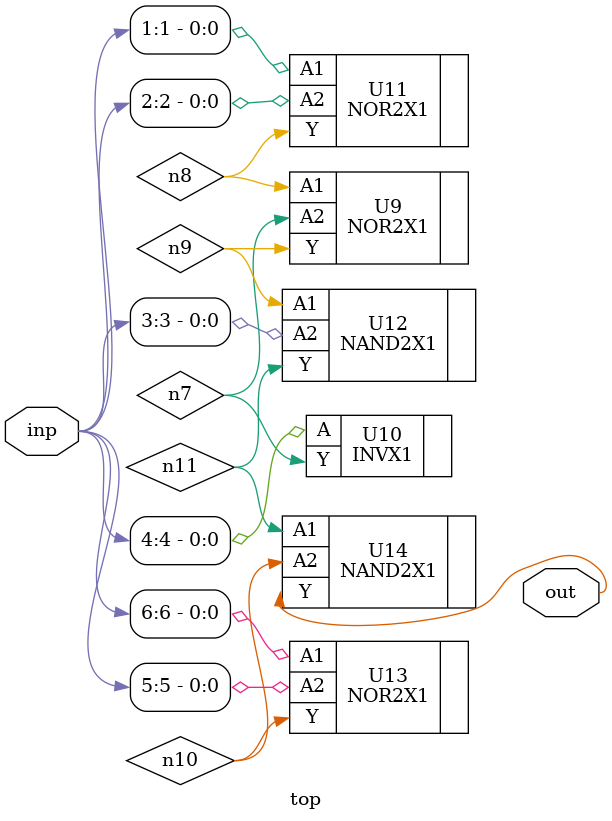
<source format=sv>


module top ( inp, out );
  input [6:0] inp;
  output out;
  wire   n7, n8, n9, n10, n11;

  NOR2X1 U9 ( .A1(n8), .A2(n7), .Y(n9) );
  INVX1 U10 ( .A(inp[4]), .Y(n7) );
  NOR2X1 U11 ( .A1(inp[1]), .A2(inp[2]), .Y(n8) );
  NAND2X1 U12 ( .A1(n9), .A2(inp[3]), .Y(n11) );
  NOR2X1 U13 ( .A1(inp[6]), .A2(inp[5]), .Y(n10) );
  NAND2X1 U14 ( .A1(n11), .A2(n10), .Y(out) );
endmodule


</source>
